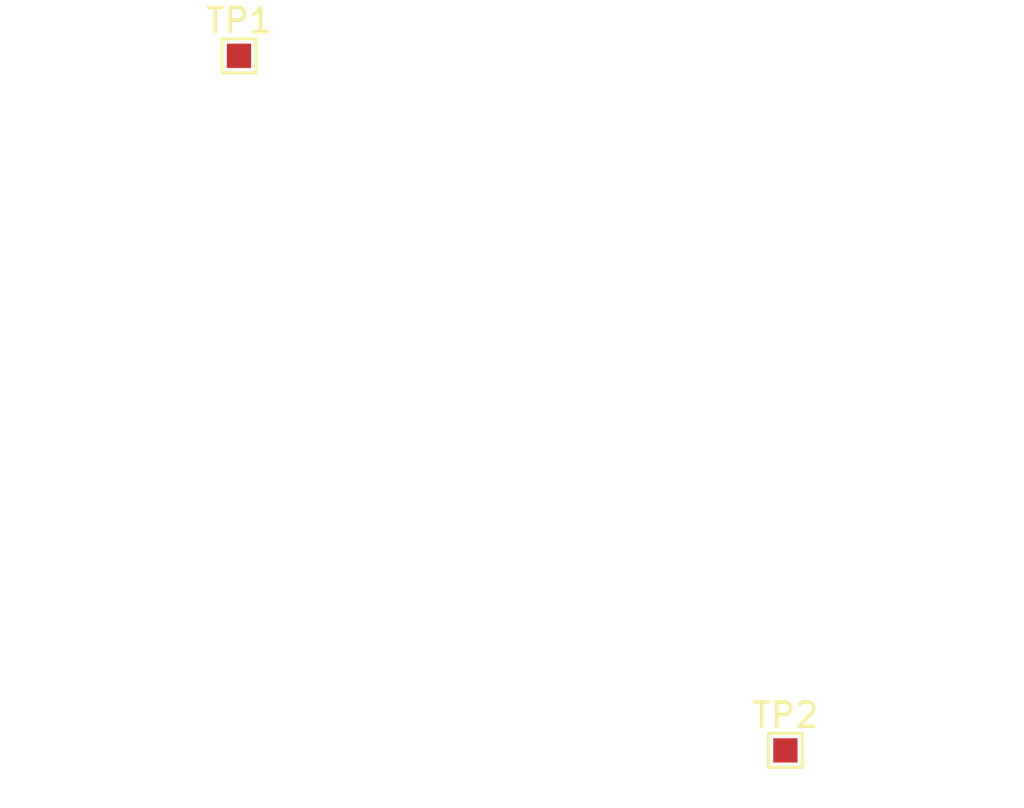
<source format=kicad_pcb>
(kicad_pcb (version 20240108) (generator "pcbnew") (generator_version "8.0")
  (layers (0 "F.Cu" signal) (31 "B.Cu" signal) (34 "B.Paste" user) (35 "F.Paste" user) (36 "B.SilkS" user "B.Silkscreen") (37 "F.SilkS" user "F.Silkscreen") (38 "B.Mask" user) (39 "F.Mask" user) (44 "Edge.Cuts" user))
  (net 0 "")
  (footprint "TestPoint:TestPoint_Pad_1.0x1.0mm" (layer "F.Cu") (at 135.75 104.1)
    (property "Reference" "TP2" (at 0 -1.448 0) (layer "F.SilkS"))
    (property "Value" "TestPoint_Pad_1.0x1.0mm")
    (fp_line (start -0.7 -0.7) (end 0.7 -0.7) (stroke (width 0.12)) (layer "F.SilkS"))
    (fp_line (start -0.7 0.7) (end -0.7 -0.7) (stroke (width 0.12)) (layer "F.SilkS"))
    (fp_line (start 0.7 -0.7) (end 0.7 0.7) (stroke (width 0.12)) (layer "F.SilkS"))
    (fp_line (start 0.7 0.7) (end -0.7 0.7) (stroke (width 0.12)) (layer "F.SilkS"))
    (pad "1" smd rect (at 0 0) (size 1 1) (layers "F.Cu" "F.Mask"))
  )
  (footprint "TestPoint:TestPoint_Pad_1.0x1.0mm" (layer "F.Cu") (at 113.25 75.5)
    (property "Reference" "TP1" (at 0 -1.448 0) (layer "F.SilkS"))
    (property "Value" "TestPoint_Pad_1.0x1.0mm")
    (fp_line (start -0.7 -0.7) (end 0.7 -0.7) (stroke (width 0.12)) (layer "F.SilkS"))
    (fp_line (start -0.7 0.7) (end -0.7 -0.7) (stroke (width 0.12)) (layer "F.SilkS"))
    (fp_line (start 0.7 -0.7) (end 0.7 0.7) (stroke (width 0.12)) (layer "F.SilkS"))
    (fp_line (start 0.7 0.7) (end -0.7 0.7) (stroke (width 0.12)) (layer "F.SilkS"))
    (pad "1" smd rect (at 0 0) (size 1 1) (layers "F.Cu" "F.Mask"))
  )
)
</source>
